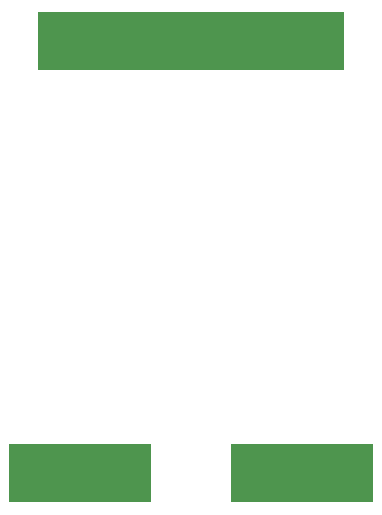
<source format=gbr>
%TF.GenerationSoftware,KiCad,Pcbnew,(6.0.6)*%
%TF.CreationDate,2023-04-06T13:29:05+02:00*%
%TF.ProjectId,1to5UnUn,31746f35-556e-4556-9e2e-6b696361645f,rev?*%
%TF.SameCoordinates,Original*%
%TF.FileFunction,Paste,Top*%
%TF.FilePolarity,Positive*%
%FSLAX46Y46*%
G04 Gerber Fmt 4.6, Leading zero omitted, Abs format (unit mm)*
G04 Created by KiCad (PCBNEW (6.0.6)) date 2023-04-06 13:29:05*
%MOMM*%
%LPD*%
G01*
G04 APERTURE LIST*
%ADD10R,12.000000X5.000000*%
%ADD11R,26.000000X5.000000*%
G04 APERTURE END LIST*
D10*
%TO.C,REF\u002A\u002A*%
X54356000Y-135382000D03*
%TD*%
D11*
%TO.C,REF\u002A\u002A*%
X63754000Y-98806000D03*
%TD*%
D10*
%TO.C,*%
X73152000Y-135382000D03*
%TD*%
M02*

</source>
